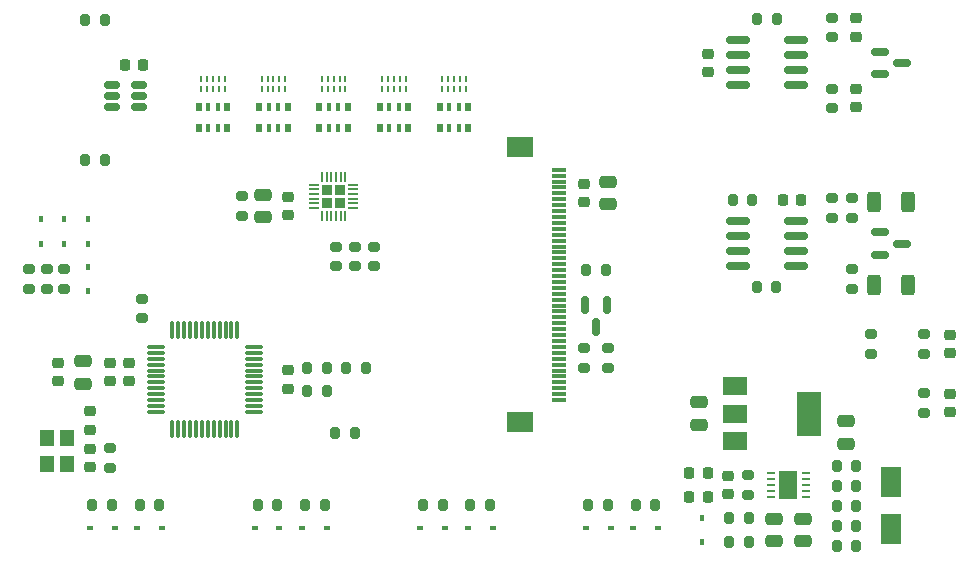
<source format=gtp>
%TF.GenerationSoftware,KiCad,Pcbnew,6.0.9-1.fc35*%
%TF.CreationDate,2023-01-19T10:10:10+00:00*%
%TF.ProjectId,grblPANEL,6772626c-5041-44e4-954c-2e6b69636164,rev?*%
%TF.SameCoordinates,Original*%
%TF.FileFunction,Paste,Top*%
%TF.FilePolarity,Positive*%
%FSLAX46Y46*%
G04 Gerber Fmt 4.6, Leading zero omitted, Abs format (unit mm)*
G04 Created by KiCad (PCBNEW 6.0.9-1.fc35) date 2023-01-19 10:10:10*
%MOMM*%
%LPD*%
G01*
G04 APERTURE LIST*
G04 Aperture macros list*
%AMRoundRect*
0 Rectangle with rounded corners*
0 $1 Rounding radius*
0 $2 $3 $4 $5 $6 $7 $8 $9 X,Y pos of 4 corners*
0 Add a 4 corners polygon primitive as box body*
4,1,4,$2,$3,$4,$5,$6,$7,$8,$9,$2,$3,0*
0 Add four circle primitives for the rounded corners*
1,1,$1+$1,$2,$3*
1,1,$1+$1,$4,$5*
1,1,$1+$1,$6,$7*
1,1,$1+$1,$8,$9*
0 Add four rect primitives between the rounded corners*
20,1,$1+$1,$2,$3,$4,$5,0*
20,1,$1+$1,$4,$5,$6,$7,0*
20,1,$1+$1,$6,$7,$8,$9,0*
20,1,$1+$1,$8,$9,$2,$3,0*%
G04 Aperture macros list end*
%ADD10RoundRect,0.225000X-0.250000X0.225000X-0.250000X-0.225000X0.250000X-0.225000X0.250000X0.225000X0*%
%ADD11RoundRect,0.200000X-0.275000X0.200000X-0.275000X-0.200000X0.275000X-0.200000X0.275000X0.200000X0*%
%ADD12RoundRect,0.200000X0.275000X-0.200000X0.275000X0.200000X-0.275000X0.200000X-0.275000X-0.200000X0*%
%ADD13RoundRect,0.250000X-0.475000X0.250000X-0.475000X-0.250000X0.475000X-0.250000X0.475000X0.250000X0*%
%ADD14R,0.706399X0.254800*%
%ADD15R,1.600200X2.387600*%
%ADD16R,0.500000X0.800000*%
%ADD17R,0.400000X0.800000*%
%ADD18R,0.250000X0.600000*%
%ADD19RoundRect,0.075000X-0.662500X-0.075000X0.662500X-0.075000X0.662500X0.075000X-0.662500X0.075000X0*%
%ADD20RoundRect,0.075000X-0.075000X-0.662500X0.075000X-0.662500X0.075000X0.662500X-0.075000X0.662500X0*%
%ADD21RoundRect,0.218750X-0.256250X0.218750X-0.256250X-0.218750X0.256250X-0.218750X0.256250X0.218750X0*%
%ADD22RoundRect,0.225000X0.250000X-0.225000X0.250000X0.225000X-0.250000X0.225000X-0.250000X-0.225000X0*%
%ADD23RoundRect,0.200000X0.200000X0.275000X-0.200000X0.275000X-0.200000X-0.275000X0.200000X-0.275000X0*%
%ADD24RoundRect,0.200000X-0.200000X-0.275000X0.200000X-0.275000X0.200000X0.275000X-0.200000X0.275000X0*%
%ADD25R,0.450000X0.600000*%
%ADD26R,1.300000X0.300000*%
%ADD27R,2.200000X1.800000*%
%ADD28RoundRect,0.250000X0.475000X-0.250000X0.475000X0.250000X-0.475000X0.250000X-0.475000X-0.250000X0*%
%ADD29RoundRect,0.150000X-0.825000X-0.150000X0.825000X-0.150000X0.825000X0.150000X-0.825000X0.150000X0*%
%ADD30RoundRect,0.218750X0.256250X-0.218750X0.256250X0.218750X-0.256250X0.218750X-0.256250X-0.218750X0*%
%ADD31RoundRect,0.225000X0.225000X0.225000X-0.225000X0.225000X-0.225000X-0.225000X0.225000X-0.225000X0*%
%ADD32RoundRect,0.050000X-0.349999X0.050000X-0.349999X-0.050000X0.349999X-0.050000X0.349999X0.050000X0*%
%ADD33RoundRect,0.050000X0.050000X0.349999X-0.050000X0.349999X-0.050000X-0.349999X0.050000X-0.349999X0*%
%ADD34RoundRect,0.250000X-0.312500X-0.625000X0.312500X-0.625000X0.312500X0.625000X-0.312500X0.625000X0*%
%ADD35RoundRect,0.150000X-0.587500X-0.150000X0.587500X-0.150000X0.587500X0.150000X-0.587500X0.150000X0*%
%ADD36R,1.200000X1.400000*%
%ADD37R,0.600000X0.450000*%
%ADD38RoundRect,0.150000X0.512500X0.150000X-0.512500X0.150000X-0.512500X-0.150000X0.512500X-0.150000X0*%
%ADD39RoundRect,0.225000X0.225000X0.250000X-0.225000X0.250000X-0.225000X-0.250000X0.225000X-0.250000X0*%
%ADD40R,1.800000X2.500000*%
%ADD41R,2.000000X1.500000*%
%ADD42R,2.000000X3.800000*%
%ADD43RoundRect,0.225000X-0.225000X-0.250000X0.225000X-0.250000X0.225000X0.250000X-0.225000X0.250000X0*%
%ADD44RoundRect,0.150000X-0.150000X0.587500X-0.150000X-0.587500X0.150000X-0.587500X0.150000X0.587500X0*%
G04 APERTURE END LIST*
D10*
X115500000Y-108625000D03*
X115500000Y-110175000D03*
D11*
X134600000Y-98750000D03*
X134600000Y-100400000D03*
D12*
X178300000Y-107825000D03*
X178300000Y-106175000D03*
D13*
X170100000Y-121800000D03*
X170100000Y-123700000D03*
D14*
X172779500Y-119950001D03*
X172779500Y-119449999D03*
X172779500Y-118950000D03*
X172779500Y-118450001D03*
X172779500Y-117949999D03*
X169787100Y-117949999D03*
X169787100Y-118450001D03*
X169787100Y-118950000D03*
X169787100Y-119449999D03*
X169787100Y-119950001D03*
D15*
X171283300Y-118950000D03*
D16*
X134000000Y-86900000D03*
D17*
X133200000Y-86900000D03*
X132400000Y-86900000D03*
D16*
X131600000Y-86900000D03*
X131600000Y-88700000D03*
D17*
X132400000Y-88700000D03*
X133200000Y-88700000D03*
D16*
X134000000Y-88700000D03*
X139100000Y-86900000D03*
D17*
X138300000Y-86900000D03*
X137500000Y-86900000D03*
D16*
X136700000Y-86900000D03*
X136700000Y-88700000D03*
D17*
X137500000Y-88700000D03*
X138300000Y-88700000D03*
D16*
X139100000Y-88700000D03*
D11*
X116600000Y-103175000D03*
X116600000Y-104825000D03*
D18*
X133800000Y-84575000D03*
X133300000Y-84575000D03*
X132800000Y-84575000D03*
X132300000Y-84575000D03*
X131800000Y-84575000D03*
X131800000Y-85425000D03*
X132300000Y-85425000D03*
X132800000Y-85425000D03*
X133300000Y-85425000D03*
X133800000Y-85425000D03*
D11*
X175000000Y-85375000D03*
X175000000Y-87025000D03*
X136200000Y-98750000D03*
X136200000Y-100400000D03*
D19*
X117737500Y-107250000D03*
X117737500Y-107750000D03*
X117737500Y-108250000D03*
X117737500Y-108750000D03*
X117737500Y-109250000D03*
X117737500Y-109750000D03*
X117737500Y-110250000D03*
X117737500Y-110750000D03*
X117737500Y-111250000D03*
X117737500Y-111750000D03*
X117737500Y-112250000D03*
X117737500Y-112750000D03*
D20*
X119150000Y-114162500D03*
X119650000Y-114162500D03*
X120150000Y-114162500D03*
X120650000Y-114162500D03*
X121150000Y-114162500D03*
X121650000Y-114162500D03*
X122150000Y-114162500D03*
X122650000Y-114162500D03*
X123150000Y-114162500D03*
X123650000Y-114162500D03*
X124150000Y-114162500D03*
X124650000Y-114162500D03*
D19*
X126062500Y-112750000D03*
X126062500Y-112250000D03*
X126062500Y-111750000D03*
X126062500Y-111250000D03*
X126062500Y-110750000D03*
X126062500Y-110250000D03*
X126062500Y-109750000D03*
X126062500Y-109250000D03*
X126062500Y-108750000D03*
X126062500Y-108250000D03*
X126062500Y-107750000D03*
X126062500Y-107250000D03*
D20*
X124650000Y-105837500D03*
X124150000Y-105837500D03*
X123650000Y-105837500D03*
X123150000Y-105837500D03*
X122650000Y-105837500D03*
X122150000Y-105837500D03*
X121650000Y-105837500D03*
X121150000Y-105837500D03*
X120650000Y-105837500D03*
X120150000Y-105837500D03*
X119650000Y-105837500D03*
X119150000Y-105837500D03*
D21*
X185000000Y-106212500D03*
X185000000Y-107787500D03*
D22*
X164500000Y-83975000D03*
X164500000Y-82425000D03*
D12*
X125000000Y-96125000D03*
X125000000Y-94475000D03*
D23*
X167925000Y-121750000D03*
X166275000Y-121750000D03*
D11*
X154000000Y-107375000D03*
X154000000Y-109025000D03*
D23*
X177025000Y-120700000D03*
X175375000Y-120700000D03*
D11*
X133000000Y-98750000D03*
X133000000Y-100400000D03*
D24*
X112375000Y-120600000D03*
X114025000Y-120600000D03*
D11*
X175000000Y-79375000D03*
X175000000Y-81025000D03*
X110000000Y-100675000D03*
X110000000Y-102325000D03*
D25*
X108000000Y-98550000D03*
X108000000Y-96450000D03*
D18*
X128700000Y-84575000D03*
X128200000Y-84575000D03*
X127700000Y-84575000D03*
X127200000Y-84575000D03*
X126700000Y-84575000D03*
X126700000Y-85425000D03*
X127200000Y-85425000D03*
X127700000Y-85425000D03*
X128200000Y-85425000D03*
X128700000Y-85425000D03*
D23*
X118025000Y-120600000D03*
X116375000Y-120600000D03*
X168225000Y-94800000D03*
X166575000Y-94800000D03*
D26*
X151850000Y-92250000D03*
X151850000Y-92750000D03*
X151850000Y-93250000D03*
X151850000Y-93750000D03*
X151850000Y-94250000D03*
X151850000Y-94750000D03*
X151850000Y-95250000D03*
X151850000Y-95750000D03*
X151850000Y-96250000D03*
X151850000Y-96750000D03*
X151850000Y-97250000D03*
X151850000Y-97750000D03*
X151850000Y-98250000D03*
X151850000Y-98750000D03*
X151850000Y-99250000D03*
X151850000Y-99750000D03*
X151850000Y-100250000D03*
X151850000Y-100750000D03*
X151850000Y-101250000D03*
X151850000Y-101750000D03*
X151850000Y-102250000D03*
X151850000Y-102750000D03*
X151850000Y-103250000D03*
X151850000Y-103750000D03*
X151850000Y-104250000D03*
X151850000Y-104750000D03*
X151850000Y-105250000D03*
X151850000Y-105750000D03*
X151850000Y-106250000D03*
X151850000Y-106750000D03*
X151850000Y-107250000D03*
X151850000Y-107750000D03*
X151850000Y-108250000D03*
X151850000Y-108750000D03*
X151850000Y-109250000D03*
X151850000Y-109750000D03*
X151850000Y-110250000D03*
X151850000Y-110750000D03*
X151850000Y-111250000D03*
X151850000Y-111750000D03*
D27*
X148600000Y-113650000D03*
X148600000Y-90350000D03*
D28*
X163700000Y-113850000D03*
X163700000Y-111950000D03*
D10*
X109500000Y-108625000D03*
X109500000Y-110175000D03*
D29*
X167025000Y-96595000D03*
X167025000Y-97865000D03*
X167025000Y-99135000D03*
X167025000Y-100405000D03*
X171975000Y-100405000D03*
X171975000Y-99135000D03*
X171975000Y-97865000D03*
X171975000Y-96595000D03*
D10*
X112200000Y-112700000D03*
X112200000Y-114250000D03*
D11*
X182800000Y-106175000D03*
X182800000Y-107825000D03*
D22*
X112200000Y-117450000D03*
X112200000Y-115900000D03*
D24*
X132925000Y-114500000D03*
X134575000Y-114500000D03*
D30*
X185000000Y-112787500D03*
X185000000Y-111212500D03*
D22*
X128900000Y-96075000D03*
X128900000Y-94525000D03*
D24*
X126375000Y-120600000D03*
X128025000Y-120600000D03*
X140375000Y-120600000D03*
X142025000Y-120600000D03*
D12*
X176700000Y-102325000D03*
X176700000Y-100675000D03*
D11*
X107000000Y-100675000D03*
X107000000Y-102325000D03*
D31*
X132250000Y-93950000D03*
X133350000Y-95050000D03*
X133350000Y-93950000D03*
X132250000Y-95050000D03*
D32*
X134449999Y-95500001D03*
X134449999Y-95099999D03*
X134449999Y-94700000D03*
X134449999Y-94300000D03*
X134449999Y-93900001D03*
X134449999Y-93499999D03*
D33*
X133800001Y-92850001D03*
X133399999Y-92850001D03*
X133000000Y-92850001D03*
X132600000Y-92850001D03*
X132200001Y-92850001D03*
X131799999Y-92850001D03*
D32*
X131150001Y-93499999D03*
X131150001Y-93900001D03*
X131150001Y-94300000D03*
X131150001Y-94700000D03*
X131150001Y-95099999D03*
X131150001Y-95500001D03*
D33*
X131799999Y-96149999D03*
X132200001Y-96149999D03*
X132600000Y-96149999D03*
X133000000Y-96149999D03*
X133399999Y-96149999D03*
X133800001Y-96149999D03*
D34*
X178537500Y-102000000D03*
X181462500Y-102000000D03*
D13*
X172500000Y-121800000D03*
X172500000Y-123700000D03*
D34*
X178537500Y-95000000D03*
X181462500Y-95000000D03*
D35*
X179062500Y-82250000D03*
X179062500Y-84150000D03*
X180937500Y-83200000D03*
D36*
X110250000Y-117200000D03*
X110250000Y-115000000D03*
X108550000Y-115000000D03*
X108550000Y-117200000D03*
D11*
X176700000Y-94675000D03*
X176700000Y-96325000D03*
D12*
X156000000Y-109025000D03*
X156000000Y-107375000D03*
D24*
X154375000Y-120600000D03*
X156025000Y-120600000D03*
D37*
X132250000Y-122600000D03*
X130150000Y-122600000D03*
D23*
X170325000Y-79450000D03*
X168675000Y-79450000D03*
D37*
X140100000Y-122600000D03*
X142200000Y-122600000D03*
D11*
X167900000Y-118125000D03*
X167900000Y-119775000D03*
D12*
X175000000Y-96325000D03*
X175000000Y-94675000D03*
D24*
X111775000Y-79600000D03*
X113425000Y-79600000D03*
D16*
X123800000Y-86900000D03*
D17*
X123000000Y-86900000D03*
X122200000Y-86900000D03*
D16*
X121400000Y-86900000D03*
X121400000Y-88700000D03*
D17*
X122200000Y-88700000D03*
X123000000Y-88700000D03*
D16*
X123800000Y-88700000D03*
D29*
X167025000Y-81295000D03*
X167025000Y-82565000D03*
X167025000Y-83835000D03*
X167025000Y-85105000D03*
X171975000Y-85105000D03*
X171975000Y-83835000D03*
X171975000Y-82565000D03*
X171975000Y-81295000D03*
D24*
X175375000Y-119000000D03*
X177025000Y-119000000D03*
D38*
X116337500Y-86950000D03*
X116337500Y-86000000D03*
X116337500Y-85050000D03*
X114062500Y-85050000D03*
X114062500Y-86000000D03*
X114062500Y-86950000D03*
D18*
X123600000Y-84575000D03*
X123100000Y-84575000D03*
X122600000Y-84575000D03*
X122100000Y-84575000D03*
X121600000Y-84575000D03*
X121600000Y-85425000D03*
X122100000Y-85425000D03*
X122600000Y-85425000D03*
X123100000Y-85425000D03*
X123600000Y-85425000D03*
D25*
X110000000Y-98550000D03*
X110000000Y-96450000D03*
D10*
X128900000Y-109225000D03*
X128900000Y-110775000D03*
D39*
X164475000Y-117937500D03*
X162925000Y-117937500D03*
D22*
X154000000Y-94975000D03*
X154000000Y-93425000D03*
D40*
X180000000Y-118700000D03*
X180000000Y-122700000D03*
D25*
X112000000Y-98550000D03*
X112000000Y-96450000D03*
D13*
X176200000Y-113550000D03*
X176200000Y-115450000D03*
D39*
X116675000Y-83400000D03*
X115125000Y-83400000D03*
D22*
X177000000Y-80975000D03*
X177000000Y-79425000D03*
D24*
X175375000Y-122400000D03*
X177025000Y-122400000D03*
D37*
X118250000Y-122600000D03*
X116150000Y-122600000D03*
D24*
X130575000Y-109000000D03*
X132225000Y-109000000D03*
D10*
X113900000Y-108625000D03*
X113900000Y-110175000D03*
D23*
X146025000Y-120600000D03*
X144375000Y-120600000D03*
D25*
X164000000Y-121700000D03*
X164000000Y-123800000D03*
D22*
X177000000Y-86975000D03*
X177000000Y-85425000D03*
D23*
X170285000Y-102200000D03*
X168635000Y-102200000D03*
D28*
X126800000Y-96250000D03*
X126800000Y-94350000D03*
D23*
X177025000Y-124100000D03*
X175375000Y-124100000D03*
D18*
X144000000Y-84575000D03*
X143500000Y-84575000D03*
X143000000Y-84575000D03*
X142500000Y-84575000D03*
X142000000Y-84575000D03*
X142000000Y-85425000D03*
X142500000Y-85425000D03*
X143000000Y-85425000D03*
X143500000Y-85425000D03*
X144000000Y-85425000D03*
D24*
X130575000Y-111000000D03*
X132225000Y-111000000D03*
D41*
X166750000Y-110600000D03*
X166750000Y-112900000D03*
D42*
X173050000Y-112900000D03*
D41*
X166750000Y-115200000D03*
D16*
X128900000Y-86900000D03*
D17*
X128100000Y-86900000D03*
X127300000Y-86900000D03*
D16*
X126500000Y-86900000D03*
X126500000Y-88700000D03*
D17*
X127300000Y-88700000D03*
X128100000Y-88700000D03*
D16*
X128900000Y-88700000D03*
D13*
X111600000Y-108450000D03*
X111600000Y-110350000D03*
D37*
X154150000Y-122600000D03*
X156250000Y-122600000D03*
D35*
X179062500Y-97550000D03*
X179062500Y-99450000D03*
X180937500Y-98500000D03*
D25*
X112000000Y-100450000D03*
X112000000Y-102550000D03*
D37*
X126100000Y-122600000D03*
X128200000Y-122600000D03*
D24*
X175375000Y-117300000D03*
X177025000Y-117300000D03*
D23*
X167925000Y-123750000D03*
X166275000Y-123750000D03*
D37*
X146250000Y-122600000D03*
X144150000Y-122600000D03*
D24*
X133875000Y-109000000D03*
X135525000Y-109000000D03*
D30*
X166200000Y-119725000D03*
X166200000Y-118150000D03*
D39*
X164475000Y-119937500D03*
X162925000Y-119937500D03*
D28*
X156000000Y-95150000D03*
X156000000Y-93250000D03*
D16*
X144200000Y-86900000D03*
D17*
X143400000Y-86900000D03*
X142600000Y-86900000D03*
D16*
X141800000Y-86900000D03*
X141800000Y-88700000D03*
D17*
X142600000Y-88700000D03*
X143400000Y-88700000D03*
D16*
X144200000Y-88700000D03*
D11*
X182800000Y-111175000D03*
X182800000Y-112825000D03*
X108500000Y-100675000D03*
X108500000Y-102325000D03*
X113900000Y-115850000D03*
X113900000Y-117500000D03*
D43*
X170825000Y-94800000D03*
X172375000Y-94800000D03*
D23*
X160025000Y-120600000D03*
X158375000Y-120600000D03*
D24*
X111775000Y-91400000D03*
X113425000Y-91400000D03*
D44*
X155950000Y-103662500D03*
X154050000Y-103662500D03*
X155000000Y-105537500D03*
D23*
X132025000Y-120600000D03*
X130375000Y-120600000D03*
D37*
X160250000Y-122600000D03*
X158150000Y-122600000D03*
X112150000Y-122600000D03*
X114250000Y-122600000D03*
D23*
X155825000Y-100700000D03*
X154175000Y-100700000D03*
D18*
X138900000Y-84575000D03*
X138400000Y-84575000D03*
X137900000Y-84575000D03*
X137400000Y-84575000D03*
X136900000Y-84575000D03*
X136900000Y-85425000D03*
X137400000Y-85425000D03*
X137900000Y-85425000D03*
X138400000Y-85425000D03*
X138900000Y-85425000D03*
M02*

</source>
